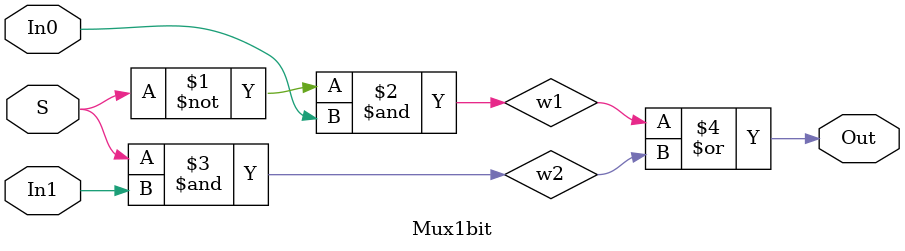
<source format=v>

module Mux1bit(
     In0,
     In1,
     S,
	  Out
    );
	  input In0,In1,S;
   
	 output Out;
wire w1,w2; 
 
and(w1,~S,In0);
and(w2,S,In1);
or (Out,w1,w2);	 

endmodule
</source>
